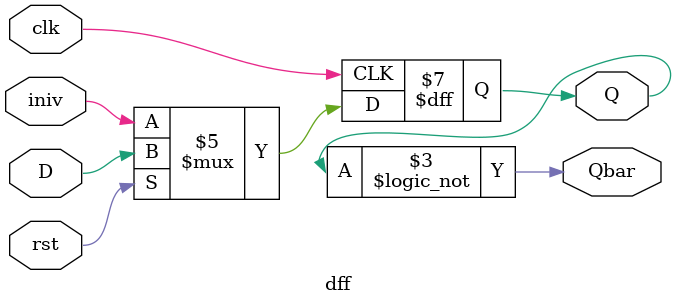
<source format=v>
module dff(input D, input iniv, input clk, input rst, output reg Q, output Qbar);
always @(posedge clk)
if(!rst) 
    Q <= iniv;
else
    Q <= D;
assign Qbar = !Q;
endmodule
</source>
